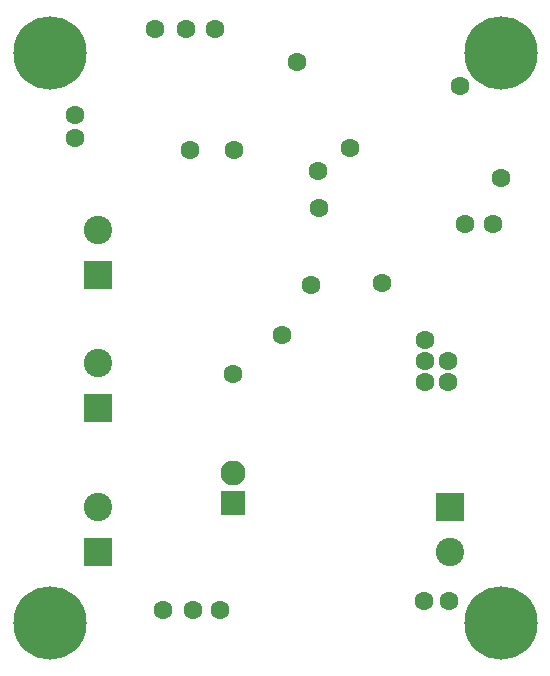
<source format=gbs>
%FSTAX24Y24*%
%MOIN*%
%SFA1B1*%

%IPPOS*%
%ADD58C,0.094600*%
%ADD59R,0.094600X0.094600*%
%ADD60R,0.082800X0.082800*%
%ADD61C,0.082800*%
%ADD62C,0.244200*%
%ADD63C,0.063100*%
%LNpcb_source_iot-1*%
%LPD*%
G54D58*
X002953Y010122D03*
Y014571D03*
X014685Y003819D03*
X002953Y005319D03*
G54D59*
X002953Y008622D03*
Y013071D03*
X014685Y005319D03*
X002953Y003819D03*
G54D60*
X007441Y005472D03*
G54D61*
X007441Y006472D03*
G54D62*
X016378Y020472D03*
Y001457D03*
X001339Y020472D03*
Y001457D03*
G54D63*
X007008Y00189D03*
X006102D03*
X005118D03*
X012402Y012795D03*
X00748Y017244D03*
X00685Y02126D03*
X005866D03*
X004843D03*
X011339Y017283D03*
X010276Y016535D03*
X015Y01937D03*
X015197Y014764D03*
X016102D03*
X016378Y016299D03*
X009094Y011063D03*
X013819Y002205D03*
X013858Y010906D03*
X014646Y002205D03*
X009567Y020157D03*
X002165Y018386D03*
Y017638D03*
X006024Y017244D03*
X010039Y012717D03*
X010315Y015315D03*
X007441Y009764D03*
X014606Y010197D03*
X013858Y009488D03*
X014606D03*
X013858Y010197D03*
M02*
</source>
